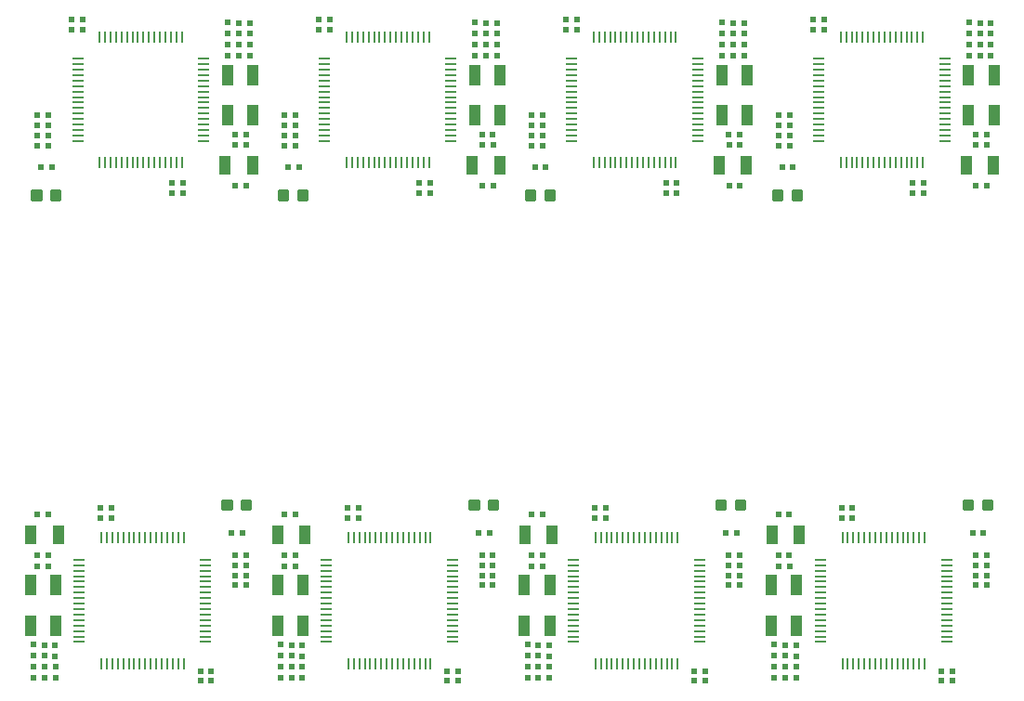
<source format=gtp>
G04 EAGLE Gerber RS-274X export*
G75*
%MOMM*%
%FSLAX34Y34*%
%LPD*%
%INSolderpaste Top*%
%IPPOS*%
%AMOC8*
5,1,8,0,0,1.08239X$1,22.5*%
G01*
%ADD10R,0.600000X0.600000*%
%ADD11C,0.300000*%
%ADD12R,1.000000X0.220000*%
%ADD13R,0.220000X1.000000*%
%ADD14R,1.100000X1.900000*%
%ADD15R,1.000000X1.800000*%


D10*
X25000Y152200D03*
X15000Y152200D03*
X31400Y60500D03*
X31400Y50500D03*
X72500Y196500D03*
X82500Y196500D03*
X163500Y56800D03*
X173500Y56800D03*
X195000Y162500D03*
X205000Y162500D03*
X72500Y205900D03*
X82500Y205900D03*
X21400Y80600D03*
X21400Y70600D03*
X11400Y80700D03*
X11400Y70700D03*
X24900Y162300D03*
X14900Y162300D03*
X24900Y199550D03*
X14900Y199550D03*
X163500Y47700D03*
X173500Y47700D03*
X195000Y153300D03*
X205000Y153300D03*
X11400Y60600D03*
X11400Y50600D03*
X21400Y60600D03*
X21400Y50600D03*
D11*
X202070Y204600D02*
X202070Y211600D01*
X209070Y211600D01*
X209070Y204600D01*
X202070Y204600D01*
X202070Y207450D02*
X209070Y207450D01*
X209070Y210300D02*
X202070Y210300D01*
X184530Y211600D02*
X184530Y204600D01*
X184530Y211600D02*
X191530Y211600D01*
X191530Y204600D01*
X184530Y204600D01*
X184530Y207450D02*
X191530Y207450D01*
X191530Y210300D02*
X184530Y210300D01*
D10*
X201800Y182500D03*
X191800Y182500D03*
X205000Y134900D03*
X195000Y134900D03*
X205000Y144100D03*
X195000Y144100D03*
X31300Y80500D03*
X31300Y70500D03*
D12*
X53300Y123300D03*
X53300Y118300D03*
X53300Y133300D03*
X53300Y143300D03*
X53300Y153300D03*
X53300Y128300D03*
X53300Y138300D03*
X53300Y148300D03*
X53300Y158300D03*
X53300Y108300D03*
X53300Y98300D03*
X53300Y88300D03*
X53300Y83300D03*
X53300Y93300D03*
X53300Y103300D03*
X53300Y113300D03*
D13*
X108300Y63300D03*
X113300Y63300D03*
X98300Y63300D03*
X88300Y63300D03*
X78300Y63300D03*
X103300Y63300D03*
X93300Y63300D03*
X83300Y63300D03*
X73300Y63300D03*
X123300Y63300D03*
X133300Y63300D03*
X143300Y63300D03*
X148300Y63300D03*
X138300Y63300D03*
X128300Y63300D03*
X118300Y63300D03*
D12*
X168300Y118300D03*
X168300Y123300D03*
X168300Y108300D03*
X168300Y98300D03*
X168300Y88300D03*
X168300Y113300D03*
X168300Y103300D03*
X168300Y93300D03*
X168300Y83300D03*
X168300Y133300D03*
X168300Y143300D03*
X168300Y153300D03*
X168300Y158300D03*
X168300Y148300D03*
X168300Y138300D03*
X168300Y128300D03*
D13*
X113300Y178300D03*
X108300Y178300D03*
X123300Y178300D03*
X133300Y178300D03*
X143300Y178300D03*
X118300Y178300D03*
X128300Y178300D03*
X138300Y178300D03*
X148300Y178300D03*
X98300Y178300D03*
X88300Y178300D03*
X78300Y178300D03*
X73300Y178300D03*
X83300Y178300D03*
X93300Y178300D03*
X103300Y178300D03*
D14*
X8700Y135100D03*
X31700Y98100D03*
X31700Y135100D03*
X8700Y98100D03*
D15*
X9000Y180700D03*
X34000Y180700D03*
D10*
X250069Y152200D03*
X240069Y152200D03*
X256469Y60500D03*
X256469Y50500D03*
X297569Y196500D03*
X307569Y196500D03*
X388569Y56800D03*
X398569Y56800D03*
X420069Y162500D03*
X430069Y162500D03*
X297569Y205900D03*
X307569Y205900D03*
X246469Y80600D03*
X246469Y70600D03*
X236469Y80700D03*
X236469Y70700D03*
X249969Y162300D03*
X239969Y162300D03*
X249969Y199550D03*
X239969Y199550D03*
X388569Y47700D03*
X398569Y47700D03*
X420069Y153300D03*
X430069Y153300D03*
X236469Y60600D03*
X236469Y50600D03*
X246469Y60600D03*
X246469Y50600D03*
D11*
X427139Y204600D02*
X427139Y211600D01*
X434139Y211600D01*
X434139Y204600D01*
X427139Y204600D01*
X427139Y207450D02*
X434139Y207450D01*
X434139Y210300D02*
X427139Y210300D01*
X409599Y211600D02*
X409599Y204600D01*
X409599Y211600D02*
X416599Y211600D01*
X416599Y204600D01*
X409599Y204600D01*
X409599Y207450D02*
X416599Y207450D01*
X416599Y210300D02*
X409599Y210300D01*
D10*
X426869Y182500D03*
X416869Y182500D03*
X430069Y134900D03*
X420069Y134900D03*
X430069Y144100D03*
X420069Y144100D03*
X256369Y80500D03*
X256369Y70500D03*
D12*
X278369Y123300D03*
X278369Y118300D03*
X278369Y133300D03*
X278369Y143300D03*
X278369Y153300D03*
X278369Y128300D03*
X278369Y138300D03*
X278369Y148300D03*
X278369Y158300D03*
X278369Y108300D03*
X278369Y98300D03*
X278369Y88300D03*
X278369Y83300D03*
X278369Y93300D03*
X278369Y103300D03*
X278369Y113300D03*
D13*
X333369Y63300D03*
X338369Y63300D03*
X323369Y63300D03*
X313369Y63300D03*
X303369Y63300D03*
X328369Y63300D03*
X318369Y63300D03*
X308369Y63300D03*
X298369Y63300D03*
X348369Y63300D03*
X358369Y63300D03*
X368369Y63300D03*
X373369Y63300D03*
X363369Y63300D03*
X353369Y63300D03*
X343369Y63300D03*
D12*
X393369Y118300D03*
X393369Y123300D03*
X393369Y108300D03*
X393369Y98300D03*
X393369Y88300D03*
X393369Y113300D03*
X393369Y103300D03*
X393369Y93300D03*
X393369Y83300D03*
X393369Y133300D03*
X393369Y143300D03*
X393369Y153300D03*
X393369Y158300D03*
X393369Y148300D03*
X393369Y138300D03*
X393369Y128300D03*
D13*
X338369Y178300D03*
X333369Y178300D03*
X348369Y178300D03*
X358369Y178300D03*
X368369Y178300D03*
X343369Y178300D03*
X353369Y178300D03*
X363369Y178300D03*
X373369Y178300D03*
X323369Y178300D03*
X313369Y178300D03*
X303369Y178300D03*
X298369Y178300D03*
X308369Y178300D03*
X318369Y178300D03*
X328369Y178300D03*
D14*
X233769Y135100D03*
X256769Y98100D03*
X256769Y135100D03*
X233769Y98100D03*
D15*
X234069Y180700D03*
X259069Y180700D03*
D10*
X475164Y152200D03*
X465164Y152200D03*
X481564Y60500D03*
X481564Y50500D03*
X522664Y196500D03*
X532664Y196500D03*
X613664Y56800D03*
X623664Y56800D03*
X645164Y162500D03*
X655164Y162500D03*
X522664Y205900D03*
X532664Y205900D03*
X471564Y80600D03*
X471564Y70600D03*
X461564Y80700D03*
X461564Y70700D03*
X475064Y162300D03*
X465064Y162300D03*
X475064Y199550D03*
X465064Y199550D03*
X613664Y47700D03*
X623664Y47700D03*
X645164Y153300D03*
X655164Y153300D03*
X461564Y60600D03*
X461564Y50600D03*
X471564Y60600D03*
X471564Y50600D03*
D11*
X652234Y204600D02*
X652234Y211600D01*
X659234Y211600D01*
X659234Y204600D01*
X652234Y204600D01*
X652234Y207450D02*
X659234Y207450D01*
X659234Y210300D02*
X652234Y210300D01*
X634694Y211600D02*
X634694Y204600D01*
X634694Y211600D02*
X641694Y211600D01*
X641694Y204600D01*
X634694Y204600D01*
X634694Y207450D02*
X641694Y207450D01*
X641694Y210300D02*
X634694Y210300D01*
D10*
X651964Y182500D03*
X641964Y182500D03*
X655164Y134900D03*
X645164Y134900D03*
X655164Y144100D03*
X645164Y144100D03*
X481464Y80500D03*
X481464Y70500D03*
D12*
X503464Y123300D03*
X503464Y118300D03*
X503464Y133300D03*
X503464Y143300D03*
X503464Y153300D03*
X503464Y128300D03*
X503464Y138300D03*
X503464Y148300D03*
X503464Y158300D03*
X503464Y108300D03*
X503464Y98300D03*
X503464Y88300D03*
X503464Y83300D03*
X503464Y93300D03*
X503464Y103300D03*
X503464Y113300D03*
D13*
X558464Y63300D03*
X563464Y63300D03*
X548464Y63300D03*
X538464Y63300D03*
X528464Y63300D03*
X553464Y63300D03*
X543464Y63300D03*
X533464Y63300D03*
X523464Y63300D03*
X573464Y63300D03*
X583464Y63300D03*
X593464Y63300D03*
X598464Y63300D03*
X588464Y63300D03*
X578464Y63300D03*
X568464Y63300D03*
D12*
X618464Y118300D03*
X618464Y123300D03*
X618464Y108300D03*
X618464Y98300D03*
X618464Y88300D03*
X618464Y113300D03*
X618464Y103300D03*
X618464Y93300D03*
X618464Y83300D03*
X618464Y133300D03*
X618464Y143300D03*
X618464Y153300D03*
X618464Y158300D03*
X618464Y148300D03*
X618464Y138300D03*
X618464Y128300D03*
D13*
X563464Y178300D03*
X558464Y178300D03*
X573464Y178300D03*
X583464Y178300D03*
X593464Y178300D03*
X568464Y178300D03*
X578464Y178300D03*
X588464Y178300D03*
X598464Y178300D03*
X548464Y178300D03*
X538464Y178300D03*
X528464Y178300D03*
X523464Y178300D03*
X533464Y178300D03*
X543464Y178300D03*
X553464Y178300D03*
D14*
X458864Y135100D03*
X481864Y98100D03*
X481864Y135100D03*
X458864Y98100D03*
D15*
X459164Y180700D03*
X484164Y180700D03*
D10*
X700234Y152200D03*
X690234Y152200D03*
X706634Y60500D03*
X706634Y50500D03*
X747734Y196500D03*
X757734Y196500D03*
X838734Y56800D03*
X848734Y56800D03*
X870234Y162500D03*
X880234Y162500D03*
X747734Y205900D03*
X757734Y205900D03*
X696634Y80600D03*
X696634Y70600D03*
X686634Y80700D03*
X686634Y70700D03*
X700134Y162300D03*
X690134Y162300D03*
X700134Y199550D03*
X690134Y199550D03*
X838734Y47700D03*
X848734Y47700D03*
X870234Y153300D03*
X880234Y153300D03*
X686634Y60600D03*
X686634Y50600D03*
X696634Y60600D03*
X696634Y50600D03*
D11*
X877304Y204600D02*
X877304Y211600D01*
X884304Y211600D01*
X884304Y204600D01*
X877304Y204600D01*
X877304Y207450D02*
X884304Y207450D01*
X884304Y210300D02*
X877304Y210300D01*
X859764Y211600D02*
X859764Y204600D01*
X859764Y211600D02*
X866764Y211600D01*
X866764Y204600D01*
X859764Y204600D01*
X859764Y207450D02*
X866764Y207450D01*
X866764Y210300D02*
X859764Y210300D01*
D10*
X877034Y182500D03*
X867034Y182500D03*
X880234Y134900D03*
X870234Y134900D03*
X880234Y144100D03*
X870234Y144100D03*
X706534Y80500D03*
X706534Y70500D03*
D12*
X728534Y123300D03*
X728534Y118300D03*
X728534Y133300D03*
X728534Y143300D03*
X728534Y153300D03*
X728534Y128300D03*
X728534Y138300D03*
X728534Y148300D03*
X728534Y158300D03*
X728534Y108300D03*
X728534Y98300D03*
X728534Y88300D03*
X728534Y83300D03*
X728534Y93300D03*
X728534Y103300D03*
X728534Y113300D03*
D13*
X783534Y63300D03*
X788534Y63300D03*
X773534Y63300D03*
X763534Y63300D03*
X753534Y63300D03*
X778534Y63300D03*
X768534Y63300D03*
X758534Y63300D03*
X748534Y63300D03*
X798534Y63300D03*
X808534Y63300D03*
X818534Y63300D03*
X823534Y63300D03*
X813534Y63300D03*
X803534Y63300D03*
X793534Y63300D03*
D12*
X843534Y118300D03*
X843534Y123300D03*
X843534Y108300D03*
X843534Y98300D03*
X843534Y88300D03*
X843534Y113300D03*
X843534Y103300D03*
X843534Y93300D03*
X843534Y83300D03*
X843534Y133300D03*
X843534Y143300D03*
X843534Y153300D03*
X843534Y158300D03*
X843534Y148300D03*
X843534Y138300D03*
X843534Y128300D03*
D13*
X788534Y178300D03*
X783534Y178300D03*
X798534Y178300D03*
X808534Y178300D03*
X818534Y178300D03*
X793534Y178300D03*
X803534Y178300D03*
X813534Y178300D03*
X823534Y178300D03*
X773534Y178300D03*
X763534Y178300D03*
X753534Y178300D03*
X748534Y178300D03*
X758534Y178300D03*
X768534Y178300D03*
X778534Y178300D03*
D14*
X683934Y135100D03*
X706934Y98100D03*
X706934Y135100D03*
X683934Y98100D03*
D15*
X684234Y180700D03*
X709234Y180700D03*
D10*
X194989Y546300D03*
X204989Y546300D03*
X188589Y638000D03*
X188589Y648000D03*
X147489Y502000D03*
X137489Y502000D03*
X56489Y641700D03*
X46489Y641700D03*
X24989Y536000D03*
X14989Y536000D03*
X147489Y492600D03*
X137489Y492600D03*
X198589Y617900D03*
X198589Y627900D03*
X208589Y617800D03*
X208589Y627800D03*
X195089Y536200D03*
X205089Y536200D03*
X195089Y498950D03*
X205089Y498950D03*
X56489Y650800D03*
X46489Y650800D03*
X24989Y545200D03*
X14989Y545200D03*
X208589Y637900D03*
X208589Y647900D03*
X198589Y637900D03*
X198589Y647900D03*
D11*
X17919Y493900D02*
X17919Y486900D01*
X10919Y486900D01*
X10919Y493900D01*
X17919Y493900D01*
X17919Y489750D02*
X10919Y489750D01*
X10919Y492600D02*
X17919Y492600D01*
X35459Y493900D02*
X35459Y486900D01*
X28459Y486900D01*
X28459Y493900D01*
X35459Y493900D01*
X35459Y489750D02*
X28459Y489750D01*
X28459Y492600D02*
X35459Y492600D01*
D10*
X18189Y516000D03*
X28189Y516000D03*
X14989Y563600D03*
X24989Y563600D03*
X14989Y554400D03*
X24989Y554400D03*
X188689Y618000D03*
X188689Y628000D03*
D12*
X166689Y575200D03*
X166689Y580200D03*
X166689Y565200D03*
X166689Y555200D03*
X166689Y545200D03*
X166689Y570200D03*
X166689Y560200D03*
X166689Y550200D03*
X166689Y540200D03*
X166689Y590200D03*
X166689Y600200D03*
X166689Y610200D03*
X166689Y615200D03*
X166689Y605200D03*
X166689Y595200D03*
X166689Y585200D03*
D13*
X111689Y635200D03*
X106689Y635200D03*
X121689Y635200D03*
X131689Y635200D03*
X141689Y635200D03*
X116689Y635200D03*
X126689Y635200D03*
X136689Y635200D03*
X146689Y635200D03*
X96689Y635200D03*
X86689Y635200D03*
X76689Y635200D03*
X71689Y635200D03*
X81689Y635200D03*
X91689Y635200D03*
X101689Y635200D03*
D12*
X51689Y580200D03*
X51689Y575200D03*
X51689Y590200D03*
X51689Y600200D03*
X51689Y610200D03*
X51689Y585200D03*
X51689Y595200D03*
X51689Y605200D03*
X51689Y615200D03*
X51689Y565200D03*
X51689Y555200D03*
X51689Y545200D03*
X51689Y540200D03*
X51689Y550200D03*
X51689Y560200D03*
X51689Y570200D03*
D13*
X106689Y520200D03*
X111689Y520200D03*
X96689Y520200D03*
X86689Y520200D03*
X76689Y520200D03*
X101689Y520200D03*
X91689Y520200D03*
X81689Y520200D03*
X71689Y520200D03*
X121689Y520200D03*
X131689Y520200D03*
X141689Y520200D03*
X146689Y520200D03*
X136689Y520200D03*
X126689Y520200D03*
X116689Y520200D03*
D14*
X211289Y563400D03*
X188289Y600400D03*
X188289Y563400D03*
X211289Y600400D03*
D15*
X210989Y517800D03*
X185989Y517800D03*
D10*
X420084Y546300D03*
X430084Y546300D03*
X413684Y638000D03*
X413684Y648000D03*
X372584Y502000D03*
X362584Y502000D03*
X281584Y641700D03*
X271584Y641700D03*
X250084Y536000D03*
X240084Y536000D03*
X372584Y492600D03*
X362584Y492600D03*
X423684Y617900D03*
X423684Y627900D03*
X433684Y617800D03*
X433684Y627800D03*
X420184Y536200D03*
X430184Y536200D03*
X420184Y498950D03*
X430184Y498950D03*
X281584Y650800D03*
X271584Y650800D03*
X250084Y545200D03*
X240084Y545200D03*
X433684Y637900D03*
X433684Y647900D03*
X423684Y637900D03*
X423684Y647900D03*
D11*
X243014Y493900D02*
X243014Y486900D01*
X236014Y486900D01*
X236014Y493900D01*
X243014Y493900D01*
X243014Y489750D02*
X236014Y489750D01*
X236014Y492600D02*
X243014Y492600D01*
X260554Y493900D02*
X260554Y486900D01*
X253554Y486900D01*
X253554Y493900D01*
X260554Y493900D01*
X260554Y489750D02*
X253554Y489750D01*
X253554Y492600D02*
X260554Y492600D01*
D10*
X243284Y516000D03*
X253284Y516000D03*
X240084Y563600D03*
X250084Y563600D03*
X240084Y554400D03*
X250084Y554400D03*
X413784Y618000D03*
X413784Y628000D03*
D12*
X391784Y575200D03*
X391784Y580200D03*
X391784Y565200D03*
X391784Y555200D03*
X391784Y545200D03*
X391784Y570200D03*
X391784Y560200D03*
X391784Y550200D03*
X391784Y540200D03*
X391784Y590200D03*
X391784Y600200D03*
X391784Y610200D03*
X391784Y615200D03*
X391784Y605200D03*
X391784Y595200D03*
X391784Y585200D03*
D13*
X336784Y635200D03*
X331784Y635200D03*
X346784Y635200D03*
X356784Y635200D03*
X366784Y635200D03*
X341784Y635200D03*
X351784Y635200D03*
X361784Y635200D03*
X371784Y635200D03*
X321784Y635200D03*
X311784Y635200D03*
X301784Y635200D03*
X296784Y635200D03*
X306784Y635200D03*
X316784Y635200D03*
X326784Y635200D03*
D12*
X276784Y580200D03*
X276784Y575200D03*
X276784Y590200D03*
X276784Y600200D03*
X276784Y610200D03*
X276784Y585200D03*
X276784Y595200D03*
X276784Y605200D03*
X276784Y615200D03*
X276784Y565200D03*
X276784Y555200D03*
X276784Y545200D03*
X276784Y540200D03*
X276784Y550200D03*
X276784Y560200D03*
X276784Y570200D03*
D13*
X331784Y520200D03*
X336784Y520200D03*
X321784Y520200D03*
X311784Y520200D03*
X301784Y520200D03*
X326784Y520200D03*
X316784Y520200D03*
X306784Y520200D03*
X296784Y520200D03*
X346784Y520200D03*
X356784Y520200D03*
X366784Y520200D03*
X371784Y520200D03*
X361784Y520200D03*
X351784Y520200D03*
X341784Y520200D03*
D14*
X436384Y563400D03*
X413384Y600400D03*
X413384Y563400D03*
X436384Y600400D03*
D15*
X436084Y517800D03*
X411084Y517800D03*
D10*
X645154Y546300D03*
X655154Y546300D03*
X638754Y638000D03*
X638754Y648000D03*
X597654Y502000D03*
X587654Y502000D03*
X506654Y641700D03*
X496654Y641700D03*
X475154Y536000D03*
X465154Y536000D03*
X597654Y492600D03*
X587654Y492600D03*
X648754Y617900D03*
X648754Y627900D03*
X658754Y617800D03*
X658754Y627800D03*
X645254Y536200D03*
X655254Y536200D03*
X645254Y498950D03*
X655254Y498950D03*
X506654Y650800D03*
X496654Y650800D03*
X475154Y545200D03*
X465154Y545200D03*
X658754Y637900D03*
X658754Y647900D03*
X648754Y637900D03*
X648754Y647900D03*
D11*
X468084Y493900D02*
X468084Y486900D01*
X461084Y486900D01*
X461084Y493900D01*
X468084Y493900D01*
X468084Y489750D02*
X461084Y489750D01*
X461084Y492600D02*
X468084Y492600D01*
X485624Y493900D02*
X485624Y486900D01*
X478624Y486900D01*
X478624Y493900D01*
X485624Y493900D01*
X485624Y489750D02*
X478624Y489750D01*
X478624Y492600D02*
X485624Y492600D01*
D10*
X468354Y516000D03*
X478354Y516000D03*
X465154Y563600D03*
X475154Y563600D03*
X465154Y554400D03*
X475154Y554400D03*
X638854Y618000D03*
X638854Y628000D03*
D12*
X616854Y575200D03*
X616854Y580200D03*
X616854Y565200D03*
X616854Y555200D03*
X616854Y545200D03*
X616854Y570200D03*
X616854Y560200D03*
X616854Y550200D03*
X616854Y540200D03*
X616854Y590200D03*
X616854Y600200D03*
X616854Y610200D03*
X616854Y615200D03*
X616854Y605200D03*
X616854Y595200D03*
X616854Y585200D03*
D13*
X561854Y635200D03*
X556854Y635200D03*
X571854Y635200D03*
X581854Y635200D03*
X591854Y635200D03*
X566854Y635200D03*
X576854Y635200D03*
X586854Y635200D03*
X596854Y635200D03*
X546854Y635200D03*
X536854Y635200D03*
X526854Y635200D03*
X521854Y635200D03*
X531854Y635200D03*
X541854Y635200D03*
X551854Y635200D03*
D12*
X501854Y580200D03*
X501854Y575200D03*
X501854Y590200D03*
X501854Y600200D03*
X501854Y610200D03*
X501854Y585200D03*
X501854Y595200D03*
X501854Y605200D03*
X501854Y615200D03*
X501854Y565200D03*
X501854Y555200D03*
X501854Y545200D03*
X501854Y540200D03*
X501854Y550200D03*
X501854Y560200D03*
X501854Y570200D03*
D13*
X556854Y520200D03*
X561854Y520200D03*
X546854Y520200D03*
X536854Y520200D03*
X526854Y520200D03*
X551854Y520200D03*
X541854Y520200D03*
X531854Y520200D03*
X521854Y520200D03*
X571854Y520200D03*
X581854Y520200D03*
X591854Y520200D03*
X596854Y520200D03*
X586854Y520200D03*
X576854Y520200D03*
X566854Y520200D03*
D14*
X661454Y563400D03*
X638454Y600400D03*
X638454Y563400D03*
X661454Y600400D03*
D15*
X661154Y517800D03*
X636154Y517800D03*
D10*
X870248Y546300D03*
X880248Y546300D03*
X863848Y638000D03*
X863848Y648000D03*
X822748Y502000D03*
X812748Y502000D03*
X731748Y641700D03*
X721748Y641700D03*
X700248Y536000D03*
X690248Y536000D03*
X822748Y492600D03*
X812748Y492600D03*
X873848Y617900D03*
X873848Y627900D03*
X883848Y617800D03*
X883848Y627800D03*
X870348Y536200D03*
X880348Y536200D03*
X870348Y498950D03*
X880348Y498950D03*
X731748Y650800D03*
X721748Y650800D03*
X700248Y545200D03*
X690248Y545200D03*
X883848Y637900D03*
X883848Y647900D03*
X873848Y637900D03*
X873848Y647900D03*
D11*
X693178Y493900D02*
X693178Y486900D01*
X686178Y486900D01*
X686178Y493900D01*
X693178Y493900D01*
X693178Y489750D02*
X686178Y489750D01*
X686178Y492600D02*
X693178Y492600D01*
X710718Y493900D02*
X710718Y486900D01*
X703718Y486900D01*
X703718Y493900D01*
X710718Y493900D01*
X710718Y489750D02*
X703718Y489750D01*
X703718Y492600D02*
X710718Y492600D01*
D10*
X693448Y516000D03*
X703448Y516000D03*
X690248Y563600D03*
X700248Y563600D03*
X690248Y554400D03*
X700248Y554400D03*
X863948Y618000D03*
X863948Y628000D03*
D12*
X841948Y575200D03*
X841948Y580200D03*
X841948Y565200D03*
X841948Y555200D03*
X841948Y545200D03*
X841948Y570200D03*
X841948Y560200D03*
X841948Y550200D03*
X841948Y540200D03*
X841948Y590200D03*
X841948Y600200D03*
X841948Y610200D03*
X841948Y615200D03*
X841948Y605200D03*
X841948Y595200D03*
X841948Y585200D03*
D13*
X786948Y635200D03*
X781948Y635200D03*
X796948Y635200D03*
X806948Y635200D03*
X816948Y635200D03*
X791948Y635200D03*
X801948Y635200D03*
X811948Y635200D03*
X821948Y635200D03*
X771948Y635200D03*
X761948Y635200D03*
X751948Y635200D03*
X746948Y635200D03*
X756948Y635200D03*
X766948Y635200D03*
X776948Y635200D03*
D12*
X726948Y580200D03*
X726948Y575200D03*
X726948Y590200D03*
X726948Y600200D03*
X726948Y610200D03*
X726948Y585200D03*
X726948Y595200D03*
X726948Y605200D03*
X726948Y615200D03*
X726948Y565200D03*
X726948Y555200D03*
X726948Y545200D03*
X726948Y540200D03*
X726948Y550200D03*
X726948Y560200D03*
X726948Y570200D03*
D13*
X781948Y520200D03*
X786948Y520200D03*
X771948Y520200D03*
X761948Y520200D03*
X751948Y520200D03*
X776948Y520200D03*
X766948Y520200D03*
X756948Y520200D03*
X746948Y520200D03*
X796948Y520200D03*
X806948Y520200D03*
X816948Y520200D03*
X821948Y520200D03*
X811948Y520200D03*
X801948Y520200D03*
X791948Y520200D03*
D14*
X886548Y563400D03*
X863548Y600400D03*
X863548Y563400D03*
X886548Y600400D03*
D15*
X886248Y517800D03*
X861248Y517800D03*
M02*

</source>
